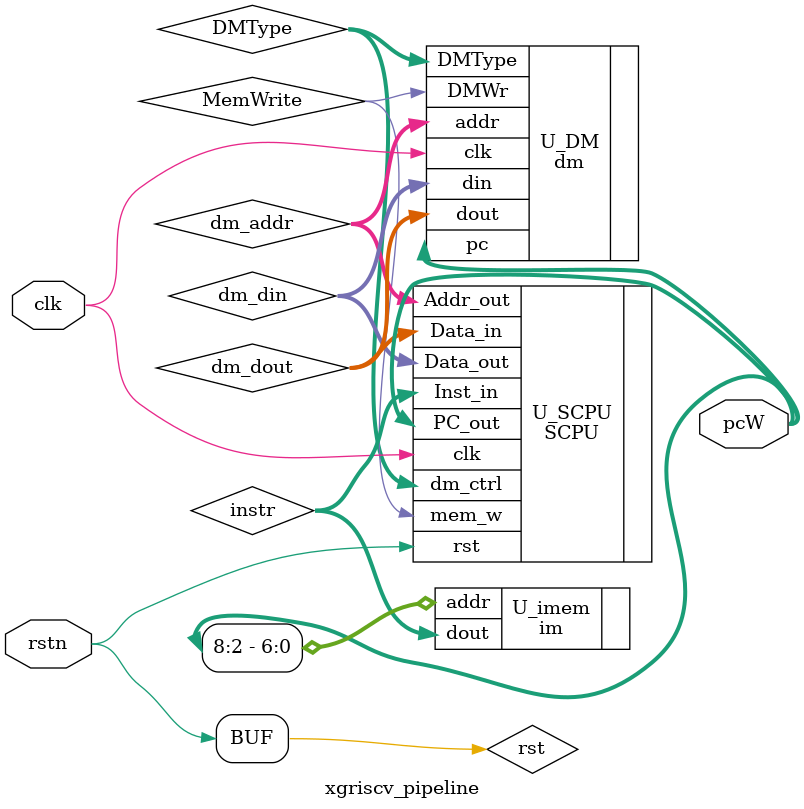
<source format=v>
module xgriscv_pipeline(clk, rstn, pcW);
   input          clk;
   input          rstn;
   // input [4:0]    reg_sel;
   // output [31:0]  reg_data;
   output [31:0]    pcW;
   
   wire [31:0]    instr;
   //wire [31:0] PC;
   wire           MemWrite;
   wire [31:0]    dm_addr, dm_din, dm_dout;
   wire [2:0] DMType;
   wire rst = rstn;
       
  // instantiation of single-cycle CPU   
   SCPU U_SCPU(
         .clk(clk),                 // input:  cpu clock
         .rst(rst),                 // input:  reset
         .Inst_in(instr),             // input:  instruction
         .Data_in(dm_dout),        // input:  data to cpu  
         .mem_w(MemWrite),       // output: memory write signal
         .PC_out(pcW),                   // output: PC
         .Addr_out(dm_addr),          // output: address from cpu to memory
         .Data_out(dm_din),        // output: data from cpu to memory
         .dm_ctrl(DMType)
         //.reg_sel(reg_sel),         // input:  register selection
         //.reg_data(reg_data)        // output: register data
         );
         
  // instantiation of data memory  
   dm    U_DM(
         .clk(clk),           // input:  cpu clock
         .DMWr(MemWrite),     // input:  ram write
         .DMType(DMType),     // inout : data memory type
         .addr(dm_addr), // input:  ram address
         .din(dm_din),        // input:  data to ram
         .pc(pcW),            // input: pc
         .dout(dm_dout)       // output: data from ram
         );
         
  // instantiation of intruction memory (used for simulation)
   im    U_imem ( 
      .addr(pcW[8:2]),     // input:  rom address
      .dout(instr)        // output: instruction
   );
        
endmodule


</source>
